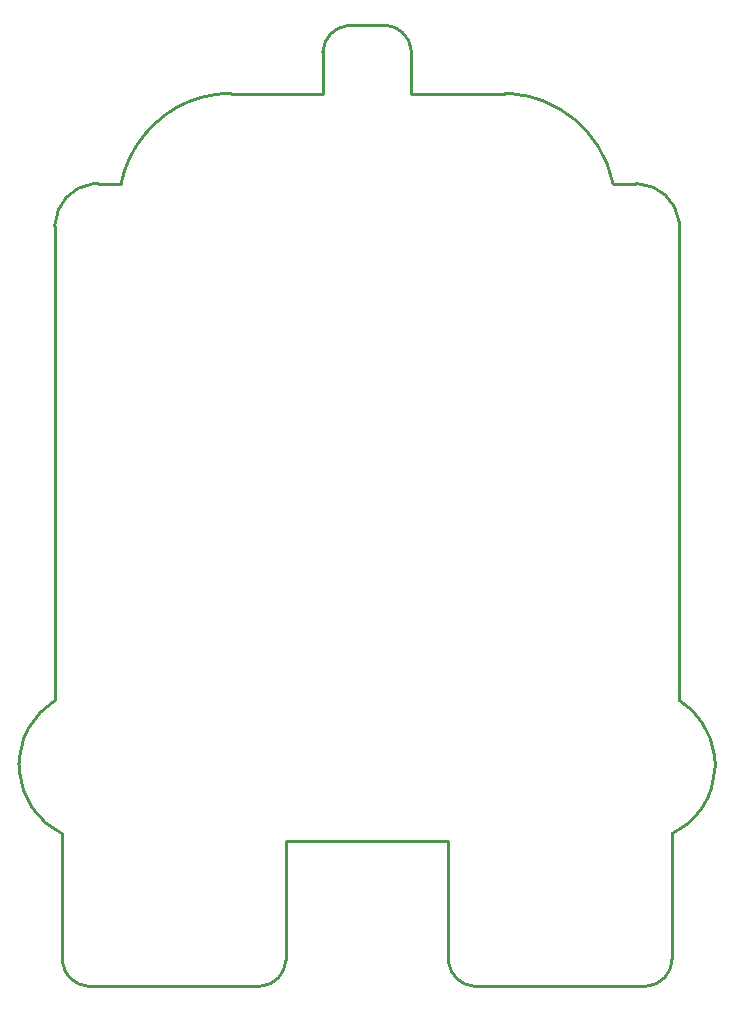
<source format=gko>
G04*
G04 #@! TF.GenerationSoftware,Altium Limited,Altium Designer,22.0.2 (36)*
G04*
G04 Layer_Color=16711935*
%FSLAX23Y23*%
%MOIN*%
G70*
G04*
G04 #@! TF.SameCoordinates,FFE58276-D16A-40DC-94CB-801E61EA4FAC*
G04*
G04*
G04 #@! TF.FilePolarity,Positive*
G04*
G01*
G75*
%ADD16C,0.010*%
D16*
X366Y1133D02*
G03*
X366Y1128I258J-5D01*
G01*
X399Y1254D02*
G03*
X381Y1215I220J-126D01*
G01*
X611Y3065D02*
G03*
X486Y2930I18J-142D01*
G01*
X1021Y3363D02*
G03*
X849Y3291I51J-368D01*
G01*
X2684Y1161D02*
G03*
X2644Y1268I-250J-33D01*
G01*
X2567Y2930D02*
G03*
X2566Y2940I-144J-7D01*
G01*
X2116Y3341D02*
G03*
X2009Y3365I-135J-345D01*
G01*
X1165Y390D02*
G03*
X1170Y391I0J92D01*
G01*
X511Y470D02*
G03*
X596Y390I90J11D01*
G01*
X1256Y476D02*
G03*
X1256Y481I-92J5D01*
G01*
X2452Y390D02*
G03*
X2457Y391I0J92D01*
G01*
X1459Y3592D02*
G03*
X1379Y3507I11J-90D01*
G01*
X1673Y3507D02*
G03*
X1673Y3514I-91J-5D01*
G01*
X1798Y470D02*
G03*
X1883Y390I90J11D01*
G01*
X2542Y476D02*
G03*
X2542Y481I-92J5D01*
G01*
X2591Y929D02*
G03*
X2675Y1054I-160J200D01*
G01*
X849Y3291D02*
G03*
X734Y3150I226J-301D01*
G01*
X2687Y1128D02*
G03*
X2686Y1141I-257J0D01*
G01*
X1073Y3366D02*
G03*
X1052Y3366I-0J-378D01*
G01*
X2644Y1268D02*
G03*
X2567Y1343I-215J-142D01*
G01*
X2566Y2940D02*
G03*
X2431Y3066I-142J-18D01*
G01*
X510Y481D02*
G03*
X510Y476I92J-0D01*
G01*
X366Y1128D02*
G03*
X367Y1107I256J-0D01*
G01*
X381Y1215D02*
G03*
X367Y1148I237J-87D01*
G01*
X486Y2930D02*
G03*
X486Y2923I145J-7D01*
G01*
X629Y3066D02*
G03*
X621Y3066I-0J-146D01*
G01*
X2346Y3066D02*
G03*
X2296Y3191I-364J-73D01*
G01*
X1673Y3514D02*
G03*
X1588Y3593I-90J-11D01*
G01*
X2009Y3365D02*
G03*
X1986Y3366I-29J-376D01*
G01*
X596Y390D02*
G03*
X600Y390I5J92D01*
G01*
X1170Y391D02*
G03*
X1176Y391I-5J91D01*
G01*
X1797Y481D02*
G03*
X1797Y476I92J-0D01*
G01*
X2457Y391D02*
G03*
X2463Y391I-5J91D01*
G01*
X1379Y3507D02*
G03*
X1379Y3503I92J-5D01*
G01*
X1470Y3593D02*
G03*
X1465Y3593I-0J-92D01*
G01*
X1883Y390D02*
G03*
X1887Y390I5J92D01*
G01*
X486Y1343D02*
G03*
X399Y1254I137J-218D01*
G01*
X621Y3066D02*
G03*
X611Y3065I7J-144D01*
G01*
X2675Y1054D02*
G03*
X2686Y1117I-242J74D01*
G01*
X734Y3150D02*
G03*
X706Y3066I336J-157D01*
G01*
X2686Y1141D02*
G03*
X2684Y1161I-254J-13D01*
G01*
X1052Y3366D02*
G03*
X1021Y3363I21J-373D01*
G01*
X2431Y3066D02*
G03*
X2424Y3066I-7J-145D01*
G01*
X2296Y3191D02*
G03*
X2116Y3341I-318J-201D01*
G01*
X510Y476D02*
G03*
X511Y470I91J5D01*
G01*
X367Y1107D02*
G03*
X510Y898I254J21D01*
G01*
X367Y1148D02*
G03*
X366Y1133I255J-20D01*
G01*
X2567Y2923D02*
G03*
X2567Y2930I-146J0D01*
G01*
X1465Y3593D02*
G03*
X1459Y3592I5J-91D01*
G01*
X1588Y3593D02*
G03*
X1583Y3593I-5J-92D01*
G01*
X1673Y3503D02*
G03*
X1673Y3507I-92J0D01*
G01*
X1176Y391D02*
G03*
X1256Y476I-11J90D01*
G01*
X1797Y476D02*
G03*
X1798Y470I91J5D01*
G01*
X2463Y391D02*
G03*
X2542Y476I-11J90D01*
G01*
X2542Y898D02*
G03*
X2591Y929I-111J229D01*
G01*
X2686Y1117D02*
G03*
X2687Y1128I-256J10D01*
G01*
X629Y3066D02*
X706D01*
X2346D02*
X2424D01*
X1673Y3366D02*
X1980D01*
X510Y481D02*
Y898D01*
X1073Y3366D02*
X1379D01*
X2567Y1343D02*
Y2923D01*
X1470Y3593D02*
X1583D01*
X1797Y481D02*
Y873D01*
X1673Y3366D02*
Y3503D01*
X1256Y481D02*
Y873D01*
X2542Y481D02*
Y898D01*
X600Y390D02*
X1165D01*
X486Y1343D02*
Y2923D01*
X1980Y3366D02*
X1986Y3366D01*
X1256Y873D02*
X1797D01*
X1887Y390D02*
X2452D01*
X1379Y3366D02*
Y3503D01*
M02*

</source>
